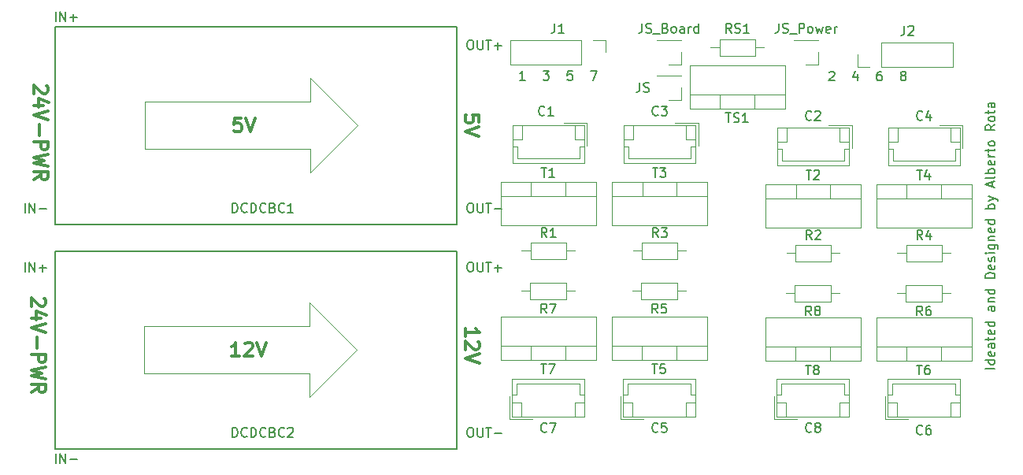
<source format=gbr>
%TF.GenerationSoftware,KiCad,Pcbnew,(5.1.10)-1*%
%TF.CreationDate,2023-03-15T18:11:03+01:00*%
%TF.ProjectId,Ender3 Upgrade,456e6465-7233-4205-9570-67726164652e,rev?*%
%TF.SameCoordinates,Original*%
%TF.FileFunction,Legend,Top*%
%TF.FilePolarity,Positive*%
%FSLAX46Y46*%
G04 Gerber Fmt 4.6, Leading zero omitted, Abs format (unit mm)*
G04 Created by KiCad (PCBNEW (5.1.10)-1) date 2023-03-15 18:11:03*
%MOMM*%
%LPD*%
G01*
G04 APERTURE LIST*
%ADD10C,0.300000*%
%ADD11C,0.150000*%
%ADD12C,0.120000*%
%ADD13C,0.200000*%
G04 APERTURE END LIST*
D10*
X76607498Y-93559758D02*
X76678927Y-93631187D01*
X76750355Y-93774044D01*
X76750355Y-94131187D01*
X76678927Y-94274044D01*
X76607498Y-94345472D01*
X76464641Y-94416901D01*
X76321784Y-94416901D01*
X76107498Y-94345472D01*
X75250355Y-93488329D01*
X75250355Y-94416901D01*
X76250355Y-95702615D02*
X75250355Y-95702615D01*
X76821784Y-95345472D02*
X75750355Y-94988329D01*
X75750355Y-95916901D01*
X76750355Y-96274044D02*
X75250355Y-96774044D01*
X76750355Y-97274044D01*
X75821784Y-97774044D02*
X75821784Y-98916901D01*
X75250355Y-99631187D02*
X76750355Y-99631187D01*
X76750355Y-100202615D01*
X76678927Y-100345472D01*
X76607498Y-100416901D01*
X76464641Y-100488329D01*
X76250355Y-100488329D01*
X76107498Y-100416901D01*
X76036069Y-100345472D01*
X75964641Y-100202615D01*
X75964641Y-99631187D01*
X76750355Y-100988329D02*
X75250355Y-101345472D01*
X76321784Y-101631187D01*
X75250355Y-101916901D01*
X76750355Y-102274044D01*
X75250355Y-103702615D02*
X75964641Y-103202615D01*
X75250355Y-102845472D02*
X76750355Y-102845472D01*
X76750355Y-103416901D01*
X76678927Y-103559758D01*
X76607498Y-103631187D01*
X76464641Y-103702615D01*
X76250355Y-103702615D01*
X76107498Y-103631187D01*
X76036069Y-103559758D01*
X75964641Y-103416901D01*
X75964641Y-102845472D01*
X76353498Y-116419758D02*
X76424927Y-116491187D01*
X76496355Y-116634044D01*
X76496355Y-116991187D01*
X76424927Y-117134044D01*
X76353498Y-117205472D01*
X76210641Y-117276901D01*
X76067784Y-117276901D01*
X75853498Y-117205472D01*
X74996355Y-116348329D01*
X74996355Y-117276901D01*
X75996355Y-118562615D02*
X74996355Y-118562615D01*
X76567784Y-118205472D02*
X75496355Y-117848329D01*
X75496355Y-118776901D01*
X76496355Y-119134044D02*
X74996355Y-119634044D01*
X76496355Y-120134044D01*
X75567784Y-120634044D02*
X75567784Y-121776901D01*
X74996355Y-122491187D02*
X76496355Y-122491187D01*
X76496355Y-123062615D01*
X76424927Y-123205472D01*
X76353498Y-123276901D01*
X76210641Y-123348329D01*
X75996355Y-123348329D01*
X75853498Y-123276901D01*
X75782069Y-123205472D01*
X75710641Y-123062615D01*
X75710641Y-122491187D01*
X76496355Y-123848329D02*
X74996355Y-124205472D01*
X76067784Y-124491187D01*
X74996355Y-124776901D01*
X76496355Y-125134044D01*
X74996355Y-126562615D02*
X75710641Y-126062615D01*
X74996355Y-125705472D02*
X76496355Y-125705472D01*
X76496355Y-126276901D01*
X76424927Y-126419758D01*
X76353498Y-126491187D01*
X76210641Y-126562615D01*
X75996355Y-126562615D01*
X75853498Y-126491187D01*
X75782069Y-126419758D01*
X75710641Y-126276901D01*
X75710641Y-125705472D01*
D11*
X178540107Y-123967491D02*
X177540107Y-123967491D01*
X178540107Y-123062729D02*
X177540107Y-123062729D01*
X178492488Y-123062729D02*
X178540107Y-123157967D01*
X178540107Y-123348444D01*
X178492488Y-123443682D01*
X178444869Y-123491301D01*
X178349631Y-123538920D01*
X178063917Y-123538920D01*
X177968679Y-123491301D01*
X177921060Y-123443682D01*
X177873441Y-123348444D01*
X177873441Y-123157967D01*
X177921060Y-123062729D01*
X178492488Y-122205587D02*
X178540107Y-122300825D01*
X178540107Y-122491301D01*
X178492488Y-122586539D01*
X178397250Y-122634158D01*
X178016298Y-122634158D01*
X177921060Y-122586539D01*
X177873441Y-122491301D01*
X177873441Y-122300825D01*
X177921060Y-122205587D01*
X178016298Y-122157967D01*
X178111536Y-122157967D01*
X178206774Y-122634158D01*
X178540107Y-121300825D02*
X178016298Y-121300825D01*
X177921060Y-121348444D01*
X177873441Y-121443682D01*
X177873441Y-121634158D01*
X177921060Y-121729396D01*
X178492488Y-121300825D02*
X178540107Y-121396063D01*
X178540107Y-121634158D01*
X178492488Y-121729396D01*
X178397250Y-121777015D01*
X178302012Y-121777015D01*
X178206774Y-121729396D01*
X178159155Y-121634158D01*
X178159155Y-121396063D01*
X178111536Y-121300825D01*
X177873441Y-120967491D02*
X177873441Y-120586539D01*
X177540107Y-120824634D02*
X178397250Y-120824634D01*
X178492488Y-120777015D01*
X178540107Y-120681777D01*
X178540107Y-120586539D01*
X178492488Y-119872253D02*
X178540107Y-119967491D01*
X178540107Y-120157967D01*
X178492488Y-120253206D01*
X178397250Y-120300825D01*
X178016298Y-120300825D01*
X177921060Y-120253206D01*
X177873441Y-120157967D01*
X177873441Y-119967491D01*
X177921060Y-119872253D01*
X178016298Y-119824634D01*
X178111536Y-119824634D01*
X178206774Y-120300825D01*
X178540107Y-118967491D02*
X177540107Y-118967491D01*
X178492488Y-118967491D02*
X178540107Y-119062729D01*
X178540107Y-119253206D01*
X178492488Y-119348444D01*
X178444869Y-119396063D01*
X178349631Y-119443682D01*
X178063917Y-119443682D01*
X177968679Y-119396063D01*
X177921060Y-119348444D01*
X177873441Y-119253206D01*
X177873441Y-119062729D01*
X177921060Y-118967491D01*
X178540107Y-117300825D02*
X178016298Y-117300825D01*
X177921060Y-117348444D01*
X177873441Y-117443682D01*
X177873441Y-117634158D01*
X177921060Y-117729396D01*
X178492488Y-117300825D02*
X178540107Y-117396063D01*
X178540107Y-117634158D01*
X178492488Y-117729396D01*
X178397250Y-117777015D01*
X178302012Y-117777015D01*
X178206774Y-117729396D01*
X178159155Y-117634158D01*
X178159155Y-117396063D01*
X178111536Y-117300825D01*
X177873441Y-116824634D02*
X178540107Y-116824634D01*
X177968679Y-116824634D02*
X177921060Y-116777015D01*
X177873441Y-116681777D01*
X177873441Y-116538920D01*
X177921060Y-116443682D01*
X178016298Y-116396063D01*
X178540107Y-116396063D01*
X178540107Y-115491301D02*
X177540107Y-115491301D01*
X178492488Y-115491301D02*
X178540107Y-115586539D01*
X178540107Y-115777015D01*
X178492488Y-115872253D01*
X178444869Y-115919872D01*
X178349631Y-115967491D01*
X178063917Y-115967491D01*
X177968679Y-115919872D01*
X177921060Y-115872253D01*
X177873441Y-115777015D01*
X177873441Y-115586539D01*
X177921060Y-115491301D01*
X178540107Y-114253206D02*
X177540107Y-114253206D01*
X177540107Y-114015110D01*
X177587727Y-113872253D01*
X177682965Y-113777015D01*
X177778203Y-113729396D01*
X177968679Y-113681777D01*
X178111536Y-113681777D01*
X178302012Y-113729396D01*
X178397250Y-113777015D01*
X178492488Y-113872253D01*
X178540107Y-114015110D01*
X178540107Y-114253206D01*
X178492488Y-112872253D02*
X178540107Y-112967491D01*
X178540107Y-113157967D01*
X178492488Y-113253206D01*
X178397250Y-113300825D01*
X178016298Y-113300825D01*
X177921060Y-113253206D01*
X177873441Y-113157967D01*
X177873441Y-112967491D01*
X177921060Y-112872253D01*
X178016298Y-112824634D01*
X178111536Y-112824634D01*
X178206774Y-113300825D01*
X178492488Y-112443682D02*
X178540107Y-112348444D01*
X178540107Y-112157967D01*
X178492488Y-112062729D01*
X178397250Y-112015110D01*
X178349631Y-112015110D01*
X178254393Y-112062729D01*
X178206774Y-112157967D01*
X178206774Y-112300825D01*
X178159155Y-112396063D01*
X178063917Y-112443682D01*
X178016298Y-112443682D01*
X177921060Y-112396063D01*
X177873441Y-112300825D01*
X177873441Y-112157967D01*
X177921060Y-112062729D01*
X178540107Y-111586539D02*
X177873441Y-111586539D01*
X177540107Y-111586539D02*
X177587727Y-111634158D01*
X177635346Y-111586539D01*
X177587727Y-111538920D01*
X177540107Y-111586539D01*
X177635346Y-111586539D01*
X177873441Y-110681777D02*
X178682965Y-110681777D01*
X178778203Y-110729396D01*
X178825822Y-110777015D01*
X178873441Y-110872253D01*
X178873441Y-111015110D01*
X178825822Y-111110348D01*
X178492488Y-110681777D02*
X178540107Y-110777015D01*
X178540107Y-110967491D01*
X178492488Y-111062729D01*
X178444869Y-111110348D01*
X178349631Y-111157967D01*
X178063917Y-111157967D01*
X177968679Y-111110348D01*
X177921060Y-111062729D01*
X177873441Y-110967491D01*
X177873441Y-110777015D01*
X177921060Y-110681777D01*
X177873441Y-110205587D02*
X178540107Y-110205587D01*
X177968679Y-110205587D02*
X177921060Y-110157967D01*
X177873441Y-110062729D01*
X177873441Y-109919872D01*
X177921060Y-109824634D01*
X178016298Y-109777015D01*
X178540107Y-109777015D01*
X178492488Y-108919872D02*
X178540107Y-109015110D01*
X178540107Y-109205587D01*
X178492488Y-109300825D01*
X178397250Y-109348444D01*
X178016298Y-109348444D01*
X177921060Y-109300825D01*
X177873441Y-109205587D01*
X177873441Y-109015110D01*
X177921060Y-108919872D01*
X178016298Y-108872253D01*
X178111536Y-108872253D01*
X178206774Y-109348444D01*
X178540107Y-108015110D02*
X177540107Y-108015110D01*
X178492488Y-108015110D02*
X178540107Y-108110348D01*
X178540107Y-108300825D01*
X178492488Y-108396063D01*
X178444869Y-108443682D01*
X178349631Y-108491301D01*
X178063917Y-108491301D01*
X177968679Y-108443682D01*
X177921060Y-108396063D01*
X177873441Y-108300825D01*
X177873441Y-108110348D01*
X177921060Y-108015110D01*
X178540107Y-106777015D02*
X177540107Y-106777015D01*
X177921060Y-106777015D02*
X177873441Y-106681777D01*
X177873441Y-106491301D01*
X177921060Y-106396063D01*
X177968679Y-106348444D01*
X178063917Y-106300825D01*
X178349631Y-106300825D01*
X178444869Y-106348444D01*
X178492488Y-106396063D01*
X178540107Y-106491301D01*
X178540107Y-106681777D01*
X178492488Y-106777015D01*
X177873441Y-105967491D02*
X178540107Y-105729396D01*
X177873441Y-105491301D02*
X178540107Y-105729396D01*
X178778203Y-105824634D01*
X178825822Y-105872253D01*
X178873441Y-105967491D01*
X178254393Y-104396063D02*
X178254393Y-103919872D01*
X178540107Y-104491301D02*
X177540107Y-104157967D01*
X178540107Y-103824634D01*
X178540107Y-103348444D02*
X178492488Y-103443682D01*
X178397250Y-103491301D01*
X177540107Y-103491301D01*
X178540107Y-102967491D02*
X177540107Y-102967491D01*
X177921060Y-102967491D02*
X177873441Y-102872253D01*
X177873441Y-102681777D01*
X177921060Y-102586539D01*
X177968679Y-102538920D01*
X178063917Y-102491301D01*
X178349631Y-102491301D01*
X178444869Y-102538920D01*
X178492488Y-102586539D01*
X178540107Y-102681777D01*
X178540107Y-102872253D01*
X178492488Y-102967491D01*
X178492488Y-101681777D02*
X178540107Y-101777015D01*
X178540107Y-101967491D01*
X178492488Y-102062729D01*
X178397250Y-102110348D01*
X178016298Y-102110348D01*
X177921060Y-102062729D01*
X177873441Y-101967491D01*
X177873441Y-101777015D01*
X177921060Y-101681777D01*
X178016298Y-101634158D01*
X178111536Y-101634158D01*
X178206774Y-102110348D01*
X178540107Y-101205587D02*
X177873441Y-101205587D01*
X178063917Y-101205587D02*
X177968679Y-101157967D01*
X177921060Y-101110348D01*
X177873441Y-101015110D01*
X177873441Y-100919872D01*
X177873441Y-100729396D02*
X177873441Y-100348444D01*
X177540107Y-100586539D02*
X178397250Y-100586539D01*
X178492488Y-100538920D01*
X178540107Y-100443682D01*
X178540107Y-100348444D01*
X178540107Y-99872253D02*
X178492488Y-99967491D01*
X178444869Y-100015110D01*
X178349631Y-100062729D01*
X178063917Y-100062729D01*
X177968679Y-100015110D01*
X177921060Y-99967491D01*
X177873441Y-99872253D01*
X177873441Y-99729396D01*
X177921060Y-99634158D01*
X177968679Y-99586539D01*
X178063917Y-99538920D01*
X178349631Y-99538920D01*
X178444869Y-99586539D01*
X178492488Y-99634158D01*
X178540107Y-99729396D01*
X178540107Y-99872253D01*
X178540107Y-97777015D02*
X178063917Y-98110348D01*
X178540107Y-98348444D02*
X177540107Y-98348444D01*
X177540107Y-97967491D01*
X177587727Y-97872253D01*
X177635346Y-97824634D01*
X177730584Y-97777015D01*
X177873441Y-97777015D01*
X177968679Y-97824634D01*
X178016298Y-97872253D01*
X178063917Y-97967491D01*
X178063917Y-98348444D01*
X178540107Y-97205587D02*
X178492488Y-97300825D01*
X178444869Y-97348444D01*
X178349631Y-97396063D01*
X178063917Y-97396063D01*
X177968679Y-97348444D01*
X177921060Y-97300825D01*
X177873441Y-97205587D01*
X177873441Y-97062729D01*
X177921060Y-96967491D01*
X177968679Y-96919872D01*
X178063917Y-96872253D01*
X178349631Y-96872253D01*
X178444869Y-96919872D01*
X178492488Y-96967491D01*
X178540107Y-97062729D01*
X178540107Y-97205587D01*
X177873441Y-96586539D02*
X177873441Y-96205587D01*
X177540107Y-96443682D02*
X178397250Y-96443682D01*
X178492488Y-96396063D01*
X178540107Y-96300825D01*
X178540107Y-96205587D01*
X178540107Y-95443682D02*
X178016298Y-95443682D01*
X177921060Y-95491301D01*
X177873441Y-95586539D01*
X177873441Y-95777015D01*
X177921060Y-95872253D01*
X178492488Y-95443682D02*
X178540107Y-95538920D01*
X178540107Y-95777015D01*
X178492488Y-95872253D01*
X178397250Y-95919872D01*
X178302012Y-95919872D01*
X178206774Y-95872253D01*
X178159155Y-95777015D01*
X178159155Y-95538920D01*
X178111536Y-95443682D01*
D10*
X121630755Y-120511815D02*
X121630755Y-119654672D01*
X121630755Y-120083244D02*
X123130755Y-120083244D01*
X122916469Y-119940387D01*
X122773612Y-119797529D01*
X122702184Y-119654672D01*
X122987898Y-121083244D02*
X123059327Y-121154672D01*
X123130755Y-121297529D01*
X123130755Y-121654672D01*
X123059327Y-121797529D01*
X122987898Y-121868958D01*
X122845041Y-121940387D01*
X122702184Y-121940387D01*
X122487898Y-121868958D01*
X121630755Y-121011815D01*
X121630755Y-121940387D01*
X123130755Y-122368958D02*
X121630755Y-122868958D01*
X123130755Y-123368958D01*
X123079955Y-97481872D02*
X123079955Y-96767587D01*
X122365669Y-96696158D01*
X122437098Y-96767587D01*
X122508527Y-96910444D01*
X122508527Y-97267587D01*
X122437098Y-97410444D01*
X122365669Y-97481872D01*
X122222812Y-97553301D01*
X121865669Y-97553301D01*
X121722812Y-97481872D01*
X121651384Y-97410444D01*
X121579955Y-97267587D01*
X121579955Y-96910444D01*
X121651384Y-96767587D01*
X121722812Y-96696158D01*
X123079955Y-97981872D02*
X121579955Y-98481872D01*
X123079955Y-98981872D01*
D11*
X163766336Y-92371701D02*
X163766336Y-93038367D01*
X163528240Y-91990748D02*
X163290145Y-92705034D01*
X163909193Y-92705034D01*
X160733212Y-92133606D02*
X160780831Y-92085987D01*
X160876069Y-92038367D01*
X161114165Y-92038367D01*
X161209403Y-92085987D01*
X161257022Y-92133606D01*
X161304641Y-92228844D01*
X161304641Y-92324082D01*
X161257022Y-92466939D01*
X160685593Y-93038367D01*
X161304641Y-93038367D01*
X166323269Y-92038367D02*
X166132793Y-92038367D01*
X166037554Y-92085987D01*
X165989935Y-92133606D01*
X165894697Y-92276463D01*
X165847078Y-92466939D01*
X165847078Y-92847891D01*
X165894697Y-92943129D01*
X165942316Y-92990748D01*
X166037554Y-93038367D01*
X166228031Y-93038367D01*
X166323269Y-92990748D01*
X166370888Y-92943129D01*
X166418507Y-92847891D01*
X166418507Y-92609796D01*
X166370888Y-92514558D01*
X166323269Y-92466939D01*
X166228031Y-92419320D01*
X166037554Y-92419320D01*
X165942316Y-92466939D01*
X165894697Y-92514558D01*
X165847078Y-92609796D01*
X168594488Y-92466939D02*
X168499250Y-92419320D01*
X168451631Y-92371701D01*
X168404012Y-92276463D01*
X168404012Y-92228844D01*
X168451631Y-92133606D01*
X168499250Y-92085987D01*
X168594488Y-92038367D01*
X168784965Y-92038367D01*
X168880203Y-92085987D01*
X168927822Y-92133606D01*
X168975441Y-92228844D01*
X168975441Y-92276463D01*
X168927822Y-92371701D01*
X168880203Y-92419320D01*
X168784965Y-92466939D01*
X168594488Y-92466939D01*
X168499250Y-92514558D01*
X168451631Y-92562177D01*
X168404012Y-92657415D01*
X168404012Y-92847891D01*
X168451631Y-92943129D01*
X168499250Y-92990748D01*
X168594488Y-93038367D01*
X168784965Y-93038367D01*
X168880203Y-92990748D01*
X168927822Y-92943129D01*
X168975441Y-92847891D01*
X168975441Y-92657415D01*
X168927822Y-92562177D01*
X168880203Y-92514558D01*
X168784965Y-92466939D01*
X135082393Y-91987567D02*
X135749060Y-91987567D01*
X135320488Y-92987567D01*
X133096888Y-91987567D02*
X132620697Y-91987567D01*
X132573078Y-92463758D01*
X132620697Y-92416139D01*
X132715935Y-92368520D01*
X132954031Y-92368520D01*
X133049269Y-92416139D01*
X133096888Y-92463758D01*
X133144507Y-92558996D01*
X133144507Y-92797091D01*
X133096888Y-92892329D01*
X133049269Y-92939948D01*
X132954031Y-92987567D01*
X132715935Y-92987567D01*
X132620697Y-92939948D01*
X132573078Y-92892329D01*
X129968526Y-91987567D02*
X130587574Y-91987567D01*
X130254240Y-92368520D01*
X130397098Y-92368520D01*
X130492336Y-92416139D01*
X130539955Y-92463758D01*
X130587574Y-92558996D01*
X130587574Y-92797091D01*
X130539955Y-92892329D01*
X130492336Y-92939948D01*
X130397098Y-92987567D01*
X130111383Y-92987567D01*
X130016145Y-92939948D01*
X129968526Y-92892329D01*
X128030641Y-92987567D02*
X127459212Y-92987567D01*
X127744927Y-92987567D02*
X127744927Y-91987567D01*
X127649688Y-92130425D01*
X127554450Y-92225663D01*
X127459212Y-92273282D01*
D10*
X97352355Y-122677758D02*
X96495212Y-122677758D01*
X96923784Y-122677758D02*
X96923784Y-121177758D01*
X96780927Y-121392044D01*
X96638069Y-121534901D01*
X96495212Y-121606329D01*
X97923784Y-121320615D02*
X97995212Y-121249187D01*
X98138069Y-121177758D01*
X98495212Y-121177758D01*
X98638069Y-121249187D01*
X98709498Y-121320615D01*
X98780927Y-121463472D01*
X98780927Y-121606329D01*
X98709498Y-121820615D01*
X97852355Y-122677758D01*
X98780927Y-122677758D01*
X99209498Y-121177758D02*
X99709498Y-122677758D01*
X100209498Y-121177758D01*
X97487212Y-97047758D02*
X96772927Y-97047758D01*
X96701498Y-97762044D01*
X96772927Y-97690615D01*
X96915784Y-97619187D01*
X97272927Y-97619187D01*
X97415784Y-97690615D01*
X97487212Y-97762044D01*
X97558641Y-97904901D01*
X97558641Y-98262044D01*
X97487212Y-98404901D01*
X97415784Y-98476329D01*
X97272927Y-98547758D01*
X96915784Y-98547758D01*
X96772927Y-98476329D01*
X96701498Y-98404901D01*
X97987212Y-97047758D02*
X98487212Y-98547758D01*
X98987212Y-97047758D01*
D12*
%TO.C,TS1*%
X148987927Y-96059187D02*
X148987927Y-94549187D01*
X152688927Y-96059187D02*
X152688927Y-94549187D01*
X155958927Y-94549187D02*
X145718927Y-94549187D01*
X145718927Y-96059187D02*
X145718927Y-91418187D01*
X155958927Y-96059187D02*
X155958927Y-91418187D01*
X155958927Y-91418187D02*
X145718927Y-91418187D01*
X155958927Y-96059187D02*
X145718927Y-96059187D01*
%TO.C,RS1*%
X147988927Y-89487187D02*
X148938927Y-89487187D01*
X153728927Y-89487187D02*
X152778927Y-89487187D01*
X148938927Y-90407187D02*
X152778927Y-90407187D01*
X148938927Y-88567187D02*
X148938927Y-90407187D01*
X152778927Y-88567187D02*
X148938927Y-88567187D01*
X152778927Y-90407187D02*
X152778927Y-88567187D01*
%TO.C,JS_Power*%
X159554927Y-91325187D02*
X158224927Y-91325187D01*
X159554927Y-89995187D02*
X159554927Y-91325187D01*
X159554927Y-88725187D02*
X156894927Y-88725187D01*
X156894927Y-88725187D02*
X156894927Y-88665187D01*
X159554927Y-88725187D02*
X159554927Y-88665187D01*
X159554927Y-88665187D02*
X156894927Y-88665187D01*
%TO.C,JS*%
X144822927Y-95135187D02*
X143492927Y-95135187D01*
X144822927Y-93805187D02*
X144822927Y-95135187D01*
X144822927Y-92535187D02*
X142162927Y-92535187D01*
X142162927Y-92535187D02*
X142162927Y-92475187D01*
X144822927Y-92535187D02*
X144822927Y-92475187D01*
X144822927Y-92475187D02*
X142162927Y-92475187D01*
%TO.C,JS_Board*%
X144822927Y-91325187D02*
X143492927Y-91325187D01*
X144822927Y-89995187D02*
X144822927Y-91325187D01*
X144822927Y-88725187D02*
X142162927Y-88725187D01*
X142162927Y-88725187D02*
X142162927Y-88665187D01*
X144822927Y-88725187D02*
X144822927Y-88665187D01*
X144822927Y-88665187D02*
X142162927Y-88665187D01*
%TO.C,J2*%
X163752927Y-91579187D02*
X163752927Y-90249187D01*
X165082927Y-91579187D02*
X163752927Y-91579187D01*
X166352927Y-91579187D02*
X166352927Y-88919187D01*
X166352927Y-88919187D02*
X174032927Y-88919187D01*
X166352927Y-91579187D02*
X174032927Y-91579187D01*
X174032927Y-91579187D02*
X174032927Y-88919187D01*
%TO.C,J1*%
X136694927Y-88665187D02*
X136694927Y-89995187D01*
X135364927Y-88665187D02*
X136694927Y-88665187D01*
X134094927Y-88665187D02*
X134094927Y-91325187D01*
X134094927Y-91325187D02*
X126414927Y-91325187D01*
X134094927Y-88665187D02*
X126414927Y-88665187D01*
X126414927Y-88665187D02*
X126414927Y-91325187D01*
D13*
%TO.C,DCDCBC1*%
X120723927Y-108480187D02*
X77523927Y-108480187D01*
X120723927Y-87230187D02*
X120723927Y-108480187D01*
X77523927Y-108480187D02*
X77523927Y-87230187D01*
X77523927Y-87230187D02*
X120723927Y-87230187D01*
D12*
X87125114Y-100409260D02*
X87125114Y-95329260D01*
X87125114Y-95329260D02*
X104905114Y-95329260D01*
X104905114Y-95329260D02*
X104905114Y-92789260D01*
X104905114Y-92789260D02*
X109985114Y-97869260D01*
X104905114Y-101679260D02*
X104905114Y-100409260D01*
X104905114Y-100409260D02*
X87125114Y-100409260D01*
X109985114Y-97869260D02*
X104905114Y-102949260D01*
X104905114Y-102949260D02*
X104905114Y-101679260D01*
D13*
%TO.C,DCDCBC2*%
X120703740Y-132610114D02*
X77503740Y-132610114D01*
X120703740Y-111360114D02*
X120703740Y-132610114D01*
X77503740Y-132610114D02*
X77503740Y-111360114D01*
X77503740Y-111360114D02*
X120703740Y-111360114D01*
D12*
X87104927Y-124539187D02*
X87104927Y-119459187D01*
X87104927Y-119459187D02*
X104884927Y-119459187D01*
X104884927Y-119459187D02*
X104884927Y-116919187D01*
X104884927Y-116919187D02*
X109964927Y-121999187D01*
X104884927Y-125809187D02*
X104884927Y-124539187D01*
X104884927Y-124539187D02*
X87104927Y-124539187D01*
X109964927Y-121999187D02*
X104884927Y-127079187D01*
X104884927Y-127079187D02*
X104884927Y-125809187D01*
%TO.C,T8*%
X164086927Y-123164187D02*
X153846927Y-123164187D01*
X164086927Y-118523187D02*
X153846927Y-118523187D01*
X164086927Y-123164187D02*
X164086927Y-118523187D01*
X153846927Y-123164187D02*
X153846927Y-118523187D01*
X164086927Y-121654187D02*
X153846927Y-121654187D01*
X160816927Y-123164187D02*
X160816927Y-121654187D01*
X157115927Y-123164187D02*
X157115927Y-121654187D01*
%TO.C,T7*%
X135638927Y-123037187D02*
X125398927Y-123037187D01*
X135638927Y-118396187D02*
X125398927Y-118396187D01*
X135638927Y-123037187D02*
X135638927Y-118396187D01*
X125398927Y-123037187D02*
X125398927Y-118396187D01*
X135638927Y-121527187D02*
X125398927Y-121527187D01*
X132368927Y-123037187D02*
X132368927Y-121527187D01*
X128667927Y-123037187D02*
X128667927Y-121527187D01*
%TO.C,T6*%
X176024927Y-123164187D02*
X165784927Y-123164187D01*
X176024927Y-118523187D02*
X165784927Y-118523187D01*
X176024927Y-123164187D02*
X176024927Y-118523187D01*
X165784927Y-123164187D02*
X165784927Y-118523187D01*
X176024927Y-121654187D02*
X165784927Y-121654187D01*
X172754927Y-123164187D02*
X172754927Y-121654187D01*
X169053927Y-123164187D02*
X169053927Y-121654187D01*
%TO.C,T5*%
X147576927Y-123037187D02*
X137336927Y-123037187D01*
X147576927Y-118396187D02*
X137336927Y-118396187D01*
X147576927Y-123037187D02*
X147576927Y-118396187D01*
X137336927Y-123037187D02*
X137336927Y-118396187D01*
X147576927Y-121527187D02*
X137336927Y-121527187D01*
X144306927Y-123037187D02*
X144306927Y-121527187D01*
X140605927Y-123037187D02*
X140605927Y-121527187D01*
%TO.C,T4*%
X165804927Y-104197187D02*
X176044927Y-104197187D01*
X165804927Y-108838187D02*
X176044927Y-108838187D01*
X165804927Y-104197187D02*
X165804927Y-108838187D01*
X176044927Y-104197187D02*
X176044927Y-108838187D01*
X165804927Y-105707187D02*
X176044927Y-105707187D01*
X169074927Y-104197187D02*
X169074927Y-105707187D01*
X172775927Y-104197187D02*
X172775927Y-105707187D01*
%TO.C,T3*%
X137376927Y-103943187D02*
X147616927Y-103943187D01*
X137376927Y-108584187D02*
X147616927Y-108584187D01*
X137376927Y-103943187D02*
X137376927Y-108584187D01*
X147616927Y-103943187D02*
X147616927Y-108584187D01*
X137376927Y-105453187D02*
X147616927Y-105453187D01*
X140646927Y-103943187D02*
X140646927Y-105453187D01*
X144347927Y-103943187D02*
X144347927Y-105453187D01*
%TO.C,T2*%
X153886927Y-104197187D02*
X164126927Y-104197187D01*
X153886927Y-108838187D02*
X164126927Y-108838187D01*
X153886927Y-104197187D02*
X153886927Y-108838187D01*
X164126927Y-104197187D02*
X164126927Y-108838187D01*
X153886927Y-105707187D02*
X164126927Y-105707187D01*
X157156927Y-104197187D02*
X157156927Y-105707187D01*
X160857927Y-104197187D02*
X160857927Y-105707187D01*
%TO.C,T1*%
X125418927Y-103943187D02*
X135658927Y-103943187D01*
X125418927Y-108584187D02*
X135658927Y-108584187D01*
X125418927Y-103943187D02*
X125418927Y-108584187D01*
X135658927Y-103943187D02*
X135658927Y-108584187D01*
X125418927Y-105453187D02*
X135658927Y-105453187D01*
X128688927Y-103943187D02*
X128688927Y-105453187D01*
X132389927Y-103943187D02*
X132389927Y-105453187D01*
%TO.C,R8*%
X160886927Y-116823187D02*
X160886927Y-114983187D01*
X160886927Y-114983187D02*
X157046927Y-114983187D01*
X157046927Y-114983187D02*
X157046927Y-116823187D01*
X157046927Y-116823187D02*
X160886927Y-116823187D01*
X161836927Y-115903187D02*
X160886927Y-115903187D01*
X156096927Y-115903187D02*
X157046927Y-115903187D01*
%TO.C,R7*%
X132438927Y-116569187D02*
X132438927Y-114729187D01*
X132438927Y-114729187D02*
X128598927Y-114729187D01*
X128598927Y-114729187D02*
X128598927Y-116569187D01*
X128598927Y-116569187D02*
X132438927Y-116569187D01*
X133388927Y-115649187D02*
X132438927Y-115649187D01*
X127648927Y-115649187D02*
X128598927Y-115649187D01*
%TO.C,R6*%
X172824927Y-116823187D02*
X172824927Y-114983187D01*
X172824927Y-114983187D02*
X168984927Y-114983187D01*
X168984927Y-114983187D02*
X168984927Y-116823187D01*
X168984927Y-116823187D02*
X172824927Y-116823187D01*
X173774927Y-115903187D02*
X172824927Y-115903187D01*
X168034927Y-115903187D02*
X168984927Y-115903187D01*
%TO.C,R5*%
X144376927Y-116569187D02*
X144376927Y-114729187D01*
X144376927Y-114729187D02*
X140536927Y-114729187D01*
X140536927Y-114729187D02*
X140536927Y-116569187D01*
X140536927Y-116569187D02*
X144376927Y-116569187D01*
X145326927Y-115649187D02*
X144376927Y-115649187D01*
X139586927Y-115649187D02*
X140536927Y-115649187D01*
%TO.C,R4*%
X169004927Y-110665187D02*
X169004927Y-112505187D01*
X169004927Y-112505187D02*
X172844927Y-112505187D01*
X172844927Y-112505187D02*
X172844927Y-110665187D01*
X172844927Y-110665187D02*
X169004927Y-110665187D01*
X168054927Y-111585187D02*
X169004927Y-111585187D01*
X173794927Y-111585187D02*
X172844927Y-111585187D01*
%TO.C,R3*%
X140576927Y-110411187D02*
X140576927Y-112251187D01*
X140576927Y-112251187D02*
X144416927Y-112251187D01*
X144416927Y-112251187D02*
X144416927Y-110411187D01*
X144416927Y-110411187D02*
X140576927Y-110411187D01*
X139626927Y-111331187D02*
X140576927Y-111331187D01*
X145366927Y-111331187D02*
X144416927Y-111331187D01*
%TO.C,R2*%
X157086927Y-110665187D02*
X157086927Y-112505187D01*
X157086927Y-112505187D02*
X160926927Y-112505187D01*
X160926927Y-112505187D02*
X160926927Y-110665187D01*
X160926927Y-110665187D02*
X157086927Y-110665187D01*
X156136927Y-111585187D02*
X157086927Y-111585187D01*
X161876927Y-111585187D02*
X160926927Y-111585187D01*
%TO.C,R1*%
X128618927Y-110411187D02*
X128618927Y-112251187D01*
X128618927Y-112251187D02*
X132458927Y-112251187D01*
X132458927Y-112251187D02*
X132458927Y-110411187D01*
X132458927Y-110411187D02*
X128618927Y-110411187D01*
X127668927Y-111331187D02*
X128618927Y-111331187D01*
X133408927Y-111331187D02*
X132458927Y-111331187D01*
%TO.C,C8*%
X155106927Y-125115187D02*
X155106927Y-129135187D01*
X155106927Y-129135187D02*
X162826927Y-129135187D01*
X162826927Y-129135187D02*
X162826927Y-125115187D01*
X162826927Y-125115187D02*
X155106927Y-125115187D01*
X155106927Y-126825187D02*
X155606927Y-126825187D01*
X155606927Y-126825187D02*
X155606927Y-125615187D01*
X155606927Y-125615187D02*
X162326927Y-125615187D01*
X162326927Y-125615187D02*
X162326927Y-126825187D01*
X162326927Y-126825187D02*
X162826927Y-126825187D01*
X155106927Y-127635187D02*
X156106927Y-127635187D01*
X156106927Y-127635187D02*
X156106927Y-129135187D01*
X162826927Y-127635187D02*
X161826927Y-127635187D01*
X161826927Y-127635187D02*
X161826927Y-129135187D01*
X154806927Y-126935187D02*
X154806927Y-129435187D01*
X154806927Y-129435187D02*
X157306927Y-129435187D01*
%TO.C,C7*%
X126658927Y-125115187D02*
X126658927Y-129135187D01*
X126658927Y-129135187D02*
X134378927Y-129135187D01*
X134378927Y-129135187D02*
X134378927Y-125115187D01*
X134378927Y-125115187D02*
X126658927Y-125115187D01*
X126658927Y-126825187D02*
X127158927Y-126825187D01*
X127158927Y-126825187D02*
X127158927Y-125615187D01*
X127158927Y-125615187D02*
X133878927Y-125615187D01*
X133878927Y-125615187D02*
X133878927Y-126825187D01*
X133878927Y-126825187D02*
X134378927Y-126825187D01*
X126658927Y-127635187D02*
X127658927Y-127635187D01*
X127658927Y-127635187D02*
X127658927Y-129135187D01*
X134378927Y-127635187D02*
X133378927Y-127635187D01*
X133378927Y-127635187D02*
X133378927Y-129135187D01*
X126358927Y-126935187D02*
X126358927Y-129435187D01*
X126358927Y-129435187D02*
X128858927Y-129435187D01*
%TO.C,C6*%
X167044927Y-125115187D02*
X167044927Y-129135187D01*
X167044927Y-129135187D02*
X174764927Y-129135187D01*
X174764927Y-129135187D02*
X174764927Y-125115187D01*
X174764927Y-125115187D02*
X167044927Y-125115187D01*
X167044927Y-126825187D02*
X167544927Y-126825187D01*
X167544927Y-126825187D02*
X167544927Y-125615187D01*
X167544927Y-125615187D02*
X174264927Y-125615187D01*
X174264927Y-125615187D02*
X174264927Y-126825187D01*
X174264927Y-126825187D02*
X174764927Y-126825187D01*
X167044927Y-127635187D02*
X168044927Y-127635187D01*
X168044927Y-127635187D02*
X168044927Y-129135187D01*
X174764927Y-127635187D02*
X173764927Y-127635187D01*
X173764927Y-127635187D02*
X173764927Y-129135187D01*
X166744927Y-126935187D02*
X166744927Y-129435187D01*
X166744927Y-129435187D02*
X169244927Y-129435187D01*
%TO.C,C5*%
X138596927Y-125115187D02*
X138596927Y-129135187D01*
X138596927Y-129135187D02*
X146316927Y-129135187D01*
X146316927Y-129135187D02*
X146316927Y-125115187D01*
X146316927Y-125115187D02*
X138596927Y-125115187D01*
X138596927Y-126825187D02*
X139096927Y-126825187D01*
X139096927Y-126825187D02*
X139096927Y-125615187D01*
X139096927Y-125615187D02*
X145816927Y-125615187D01*
X145816927Y-125615187D02*
X145816927Y-126825187D01*
X145816927Y-126825187D02*
X146316927Y-126825187D01*
X138596927Y-127635187D02*
X139596927Y-127635187D01*
X139596927Y-127635187D02*
X139596927Y-129135187D01*
X146316927Y-127635187D02*
X145316927Y-127635187D01*
X145316927Y-127635187D02*
X145316927Y-129135187D01*
X138296927Y-126935187D02*
X138296927Y-129435187D01*
X138296927Y-129435187D02*
X140796927Y-129435187D01*
%TO.C,C4*%
X174784927Y-102119187D02*
X174784927Y-98099187D01*
X174784927Y-98099187D02*
X167064927Y-98099187D01*
X167064927Y-98099187D02*
X167064927Y-102119187D01*
X167064927Y-102119187D02*
X174784927Y-102119187D01*
X174784927Y-100409187D02*
X174284927Y-100409187D01*
X174284927Y-100409187D02*
X174284927Y-101619187D01*
X174284927Y-101619187D02*
X167564927Y-101619187D01*
X167564927Y-101619187D02*
X167564927Y-100409187D01*
X167564927Y-100409187D02*
X167064927Y-100409187D01*
X174784927Y-99599187D02*
X173784927Y-99599187D01*
X173784927Y-99599187D02*
X173784927Y-98099187D01*
X167064927Y-99599187D02*
X168064927Y-99599187D01*
X168064927Y-99599187D02*
X168064927Y-98099187D01*
X175084927Y-100299187D02*
X175084927Y-97799187D01*
X175084927Y-97799187D02*
X172584927Y-97799187D01*
%TO.C,C3*%
X146356927Y-101865187D02*
X146356927Y-97845187D01*
X146356927Y-97845187D02*
X138636927Y-97845187D01*
X138636927Y-97845187D02*
X138636927Y-101865187D01*
X138636927Y-101865187D02*
X146356927Y-101865187D01*
X146356927Y-100155187D02*
X145856927Y-100155187D01*
X145856927Y-100155187D02*
X145856927Y-101365187D01*
X145856927Y-101365187D02*
X139136927Y-101365187D01*
X139136927Y-101365187D02*
X139136927Y-100155187D01*
X139136927Y-100155187D02*
X138636927Y-100155187D01*
X146356927Y-99345187D02*
X145356927Y-99345187D01*
X145356927Y-99345187D02*
X145356927Y-97845187D01*
X138636927Y-99345187D02*
X139636927Y-99345187D01*
X139636927Y-99345187D02*
X139636927Y-97845187D01*
X146656927Y-100045187D02*
X146656927Y-97545187D01*
X146656927Y-97545187D02*
X144156927Y-97545187D01*
%TO.C,C2*%
X162866927Y-102119187D02*
X162866927Y-98099187D01*
X162866927Y-98099187D02*
X155146927Y-98099187D01*
X155146927Y-98099187D02*
X155146927Y-102119187D01*
X155146927Y-102119187D02*
X162866927Y-102119187D01*
X162866927Y-100409187D02*
X162366927Y-100409187D01*
X162366927Y-100409187D02*
X162366927Y-101619187D01*
X162366927Y-101619187D02*
X155646927Y-101619187D01*
X155646927Y-101619187D02*
X155646927Y-100409187D01*
X155646927Y-100409187D02*
X155146927Y-100409187D01*
X162866927Y-99599187D02*
X161866927Y-99599187D01*
X161866927Y-99599187D02*
X161866927Y-98099187D01*
X155146927Y-99599187D02*
X156146927Y-99599187D01*
X156146927Y-99599187D02*
X156146927Y-98099187D01*
X163166927Y-100299187D02*
X163166927Y-97799187D01*
X163166927Y-97799187D02*
X160666927Y-97799187D01*
%TO.C,C1*%
X134398927Y-101865187D02*
X134398927Y-97845187D01*
X134398927Y-97845187D02*
X126678927Y-97845187D01*
X126678927Y-97845187D02*
X126678927Y-101865187D01*
X126678927Y-101865187D02*
X134398927Y-101865187D01*
X134398927Y-100155187D02*
X133898927Y-100155187D01*
X133898927Y-100155187D02*
X133898927Y-101365187D01*
X133898927Y-101365187D02*
X127178927Y-101365187D01*
X127178927Y-101365187D02*
X127178927Y-100155187D01*
X127178927Y-100155187D02*
X126678927Y-100155187D01*
X134398927Y-99345187D02*
X133398927Y-99345187D01*
X133398927Y-99345187D02*
X133398927Y-97845187D01*
X126678927Y-99345187D02*
X127678927Y-99345187D01*
X127678927Y-99345187D02*
X127678927Y-97845187D01*
X134698927Y-100045187D02*
X134698927Y-97545187D01*
X134698927Y-97545187D02*
X132198927Y-97545187D01*
%TO.C,TS1*%
D11*
X149600831Y-96511567D02*
X150172260Y-96511567D01*
X149886546Y-97511567D02*
X149886546Y-96511567D01*
X150457974Y-97463948D02*
X150600831Y-97511567D01*
X150838927Y-97511567D01*
X150934165Y-97463948D01*
X150981784Y-97416329D01*
X151029403Y-97321091D01*
X151029403Y-97225853D01*
X150981784Y-97130615D01*
X150934165Y-97082996D01*
X150838927Y-97035377D01*
X150648450Y-96987758D01*
X150553212Y-96940139D01*
X150505593Y-96892520D01*
X150457974Y-96797282D01*
X150457974Y-96702044D01*
X150505593Y-96606806D01*
X150553212Y-96559187D01*
X150648450Y-96511567D01*
X150886546Y-96511567D01*
X151029403Y-96559187D01*
X151981784Y-97511567D02*
X151410355Y-97511567D01*
X151696069Y-97511567D02*
X151696069Y-96511567D01*
X151600831Y-96654425D01*
X151505593Y-96749663D01*
X151410355Y-96797282D01*
%TO.C,RS1*%
X150216069Y-87907567D02*
X149882736Y-87431377D01*
X149644641Y-87907567D02*
X149644641Y-86907567D01*
X150025593Y-86907567D01*
X150120831Y-86955187D01*
X150168450Y-87002806D01*
X150216069Y-87098044D01*
X150216069Y-87240901D01*
X150168450Y-87336139D01*
X150120831Y-87383758D01*
X150025593Y-87431377D01*
X149644641Y-87431377D01*
X150597022Y-87859948D02*
X150739879Y-87907567D01*
X150977974Y-87907567D01*
X151073212Y-87859948D01*
X151120831Y-87812329D01*
X151168450Y-87717091D01*
X151168450Y-87621853D01*
X151120831Y-87526615D01*
X151073212Y-87478996D01*
X150977974Y-87431377D01*
X150787498Y-87383758D01*
X150692260Y-87336139D01*
X150644641Y-87288520D01*
X150597022Y-87193282D01*
X150597022Y-87098044D01*
X150644641Y-87002806D01*
X150692260Y-86955187D01*
X150787498Y-86907567D01*
X151025593Y-86907567D01*
X151168450Y-86955187D01*
X152120831Y-87907567D02*
X151549403Y-87907567D01*
X151835117Y-87907567D02*
X151835117Y-86907567D01*
X151739879Y-87050425D01*
X151644641Y-87145663D01*
X151549403Y-87193282D01*
%TO.C,JS_Power*%
X155296355Y-86907567D02*
X155296355Y-87621853D01*
X155248736Y-87764710D01*
X155153498Y-87859948D01*
X155010641Y-87907567D01*
X154915403Y-87907567D01*
X155724927Y-87859948D02*
X155867784Y-87907567D01*
X156105879Y-87907567D01*
X156201117Y-87859948D01*
X156248736Y-87812329D01*
X156296355Y-87717091D01*
X156296355Y-87621853D01*
X156248736Y-87526615D01*
X156201117Y-87478996D01*
X156105879Y-87431377D01*
X155915403Y-87383758D01*
X155820165Y-87336139D01*
X155772546Y-87288520D01*
X155724927Y-87193282D01*
X155724927Y-87098044D01*
X155772546Y-87002806D01*
X155820165Y-86955187D01*
X155915403Y-86907567D01*
X156153498Y-86907567D01*
X156296355Y-86955187D01*
X156486831Y-88002806D02*
X157248736Y-88002806D01*
X157486831Y-87907567D02*
X157486831Y-86907567D01*
X157867784Y-86907567D01*
X157963022Y-86955187D01*
X158010641Y-87002806D01*
X158058260Y-87098044D01*
X158058260Y-87240901D01*
X158010641Y-87336139D01*
X157963022Y-87383758D01*
X157867784Y-87431377D01*
X157486831Y-87431377D01*
X158629688Y-87907567D02*
X158534450Y-87859948D01*
X158486831Y-87812329D01*
X158439212Y-87717091D01*
X158439212Y-87431377D01*
X158486831Y-87336139D01*
X158534450Y-87288520D01*
X158629688Y-87240901D01*
X158772546Y-87240901D01*
X158867784Y-87288520D01*
X158915403Y-87336139D01*
X158963022Y-87431377D01*
X158963022Y-87717091D01*
X158915403Y-87812329D01*
X158867784Y-87859948D01*
X158772546Y-87907567D01*
X158629688Y-87907567D01*
X159296355Y-87240901D02*
X159486831Y-87907567D01*
X159677307Y-87431377D01*
X159867784Y-87907567D01*
X160058260Y-87240901D01*
X160820165Y-87859948D02*
X160724927Y-87907567D01*
X160534450Y-87907567D01*
X160439212Y-87859948D01*
X160391593Y-87764710D01*
X160391593Y-87383758D01*
X160439212Y-87288520D01*
X160534450Y-87240901D01*
X160724927Y-87240901D01*
X160820165Y-87288520D01*
X160867784Y-87383758D01*
X160867784Y-87478996D01*
X160391593Y-87574234D01*
X161296355Y-87907567D02*
X161296355Y-87240901D01*
X161296355Y-87431377D02*
X161343974Y-87336139D01*
X161391593Y-87288520D01*
X161486831Y-87240901D01*
X161582069Y-87240901D01*
%TO.C,JS*%
X140365593Y-93257567D02*
X140365593Y-93971853D01*
X140317974Y-94114710D01*
X140222736Y-94209948D01*
X140079879Y-94257567D01*
X139984641Y-94257567D01*
X140794165Y-94209948D02*
X140937022Y-94257567D01*
X141175117Y-94257567D01*
X141270355Y-94209948D01*
X141317974Y-94162329D01*
X141365593Y-94067091D01*
X141365593Y-93971853D01*
X141317974Y-93876615D01*
X141270355Y-93828996D01*
X141175117Y-93781377D01*
X140984641Y-93733758D01*
X140889403Y-93686139D01*
X140841784Y-93638520D01*
X140794165Y-93543282D01*
X140794165Y-93448044D01*
X140841784Y-93352806D01*
X140889403Y-93305187D01*
X140984641Y-93257567D01*
X141222736Y-93257567D01*
X141365593Y-93305187D01*
%TO.C,JS_Board*%
X140611974Y-86907567D02*
X140611974Y-87621853D01*
X140564355Y-87764710D01*
X140469117Y-87859948D01*
X140326260Y-87907567D01*
X140231022Y-87907567D01*
X141040546Y-87859948D02*
X141183403Y-87907567D01*
X141421498Y-87907567D01*
X141516736Y-87859948D01*
X141564355Y-87812329D01*
X141611974Y-87717091D01*
X141611974Y-87621853D01*
X141564355Y-87526615D01*
X141516736Y-87478996D01*
X141421498Y-87431377D01*
X141231022Y-87383758D01*
X141135784Y-87336139D01*
X141088165Y-87288520D01*
X141040546Y-87193282D01*
X141040546Y-87098044D01*
X141088165Y-87002806D01*
X141135784Y-86955187D01*
X141231022Y-86907567D01*
X141469117Y-86907567D01*
X141611974Y-86955187D01*
X141802450Y-88002806D02*
X142564355Y-88002806D01*
X143135784Y-87383758D02*
X143278641Y-87431377D01*
X143326260Y-87478996D01*
X143373879Y-87574234D01*
X143373879Y-87717091D01*
X143326260Y-87812329D01*
X143278641Y-87859948D01*
X143183403Y-87907567D01*
X142802450Y-87907567D01*
X142802450Y-86907567D01*
X143135784Y-86907567D01*
X143231022Y-86955187D01*
X143278641Y-87002806D01*
X143326260Y-87098044D01*
X143326260Y-87193282D01*
X143278641Y-87288520D01*
X143231022Y-87336139D01*
X143135784Y-87383758D01*
X142802450Y-87383758D01*
X143945307Y-87907567D02*
X143850069Y-87859948D01*
X143802450Y-87812329D01*
X143754831Y-87717091D01*
X143754831Y-87431377D01*
X143802450Y-87336139D01*
X143850069Y-87288520D01*
X143945307Y-87240901D01*
X144088165Y-87240901D01*
X144183403Y-87288520D01*
X144231022Y-87336139D01*
X144278641Y-87431377D01*
X144278641Y-87717091D01*
X144231022Y-87812329D01*
X144183403Y-87859948D01*
X144088165Y-87907567D01*
X143945307Y-87907567D01*
X145135784Y-87907567D02*
X145135784Y-87383758D01*
X145088165Y-87288520D01*
X144992927Y-87240901D01*
X144802450Y-87240901D01*
X144707212Y-87288520D01*
X145135784Y-87859948D02*
X145040546Y-87907567D01*
X144802450Y-87907567D01*
X144707212Y-87859948D01*
X144659593Y-87764710D01*
X144659593Y-87669472D01*
X144707212Y-87574234D01*
X144802450Y-87526615D01*
X145040546Y-87526615D01*
X145135784Y-87478996D01*
X145611974Y-87907567D02*
X145611974Y-87240901D01*
X145611974Y-87431377D02*
X145659593Y-87336139D01*
X145707212Y-87288520D01*
X145802450Y-87240901D01*
X145897688Y-87240901D01*
X146659593Y-87907567D02*
X146659593Y-86907567D01*
X146659593Y-87859948D02*
X146564355Y-87907567D01*
X146373879Y-87907567D01*
X146278641Y-87859948D01*
X146231022Y-87812329D01*
X146183403Y-87717091D01*
X146183403Y-87431377D01*
X146231022Y-87336139D01*
X146278641Y-87288520D01*
X146373879Y-87240901D01*
X146564355Y-87240901D01*
X146659593Y-87288520D01*
%TO.C,J2*%
X168813593Y-87161567D02*
X168813593Y-87875853D01*
X168765974Y-88018710D01*
X168670736Y-88113948D01*
X168527879Y-88161567D01*
X168432641Y-88161567D01*
X169242165Y-87256806D02*
X169289784Y-87209187D01*
X169385022Y-87161567D01*
X169623117Y-87161567D01*
X169718355Y-87209187D01*
X169765974Y-87256806D01*
X169813593Y-87352044D01*
X169813593Y-87447282D01*
X169765974Y-87590139D01*
X169194546Y-88161567D01*
X169813593Y-88161567D01*
%TO.C,J1*%
X131221593Y-86907567D02*
X131221593Y-87621853D01*
X131173974Y-87764710D01*
X131078736Y-87859948D01*
X130935879Y-87907567D01*
X130840641Y-87907567D01*
X132221593Y-87907567D02*
X131650165Y-87907567D01*
X131935879Y-87907567D02*
X131935879Y-86907567D01*
X131840641Y-87050425D01*
X131745403Y-87145663D01*
X131650165Y-87193282D01*
%TO.C,DCDCBC1*%
X96566831Y-107211567D02*
X96566831Y-106211567D01*
X96804927Y-106211567D01*
X96947784Y-106259187D01*
X97043022Y-106354425D01*
X97090641Y-106449663D01*
X97138260Y-106640139D01*
X97138260Y-106782996D01*
X97090641Y-106973472D01*
X97043022Y-107068710D01*
X96947784Y-107163948D01*
X96804927Y-107211567D01*
X96566831Y-107211567D01*
X98138260Y-107116329D02*
X98090641Y-107163948D01*
X97947784Y-107211567D01*
X97852546Y-107211567D01*
X97709688Y-107163948D01*
X97614450Y-107068710D01*
X97566831Y-106973472D01*
X97519212Y-106782996D01*
X97519212Y-106640139D01*
X97566831Y-106449663D01*
X97614450Y-106354425D01*
X97709688Y-106259187D01*
X97852546Y-106211567D01*
X97947784Y-106211567D01*
X98090641Y-106259187D01*
X98138260Y-106306806D01*
X98566831Y-107211567D02*
X98566831Y-106211567D01*
X98804927Y-106211567D01*
X98947784Y-106259187D01*
X99043022Y-106354425D01*
X99090641Y-106449663D01*
X99138260Y-106640139D01*
X99138260Y-106782996D01*
X99090641Y-106973472D01*
X99043022Y-107068710D01*
X98947784Y-107163948D01*
X98804927Y-107211567D01*
X98566831Y-107211567D01*
X100138260Y-107116329D02*
X100090641Y-107163948D01*
X99947784Y-107211567D01*
X99852546Y-107211567D01*
X99709688Y-107163948D01*
X99614450Y-107068710D01*
X99566831Y-106973472D01*
X99519212Y-106782996D01*
X99519212Y-106640139D01*
X99566831Y-106449663D01*
X99614450Y-106354425D01*
X99709688Y-106259187D01*
X99852546Y-106211567D01*
X99947784Y-106211567D01*
X100090641Y-106259187D01*
X100138260Y-106306806D01*
X100900165Y-106687758D02*
X101043022Y-106735377D01*
X101090641Y-106782996D01*
X101138260Y-106878234D01*
X101138260Y-107021091D01*
X101090641Y-107116329D01*
X101043022Y-107163948D01*
X100947784Y-107211567D01*
X100566831Y-107211567D01*
X100566831Y-106211567D01*
X100900165Y-106211567D01*
X100995403Y-106259187D01*
X101043022Y-106306806D01*
X101090641Y-106402044D01*
X101090641Y-106497282D01*
X101043022Y-106592520D01*
X100995403Y-106640139D01*
X100900165Y-106687758D01*
X100566831Y-106687758D01*
X102138260Y-107116329D02*
X102090641Y-107163948D01*
X101947784Y-107211567D01*
X101852546Y-107211567D01*
X101709688Y-107163948D01*
X101614450Y-107068710D01*
X101566831Y-106973472D01*
X101519212Y-106782996D01*
X101519212Y-106640139D01*
X101566831Y-106449663D01*
X101614450Y-106354425D01*
X101709688Y-106259187D01*
X101852546Y-106211567D01*
X101947784Y-106211567D01*
X102090641Y-106259187D01*
X102138260Y-106306806D01*
X103090641Y-107211567D02*
X102519212Y-107211567D01*
X102804927Y-107211567D02*
X102804927Y-106211567D01*
X102709688Y-106354425D01*
X102614450Y-106449663D01*
X102519212Y-106497282D01*
X74278069Y-107211567D02*
X74278069Y-106211567D01*
X74754260Y-107211567D02*
X74754260Y-106211567D01*
X75325688Y-107211567D01*
X75325688Y-106211567D01*
X75801879Y-106830615D02*
X76563784Y-106830615D01*
X77580069Y-86637567D02*
X77580069Y-85637567D01*
X78056260Y-86637567D02*
X78056260Y-85637567D01*
X78627688Y-86637567D01*
X78627688Y-85637567D01*
X79103879Y-86256615D02*
X79865784Y-86256615D01*
X79484831Y-86637567D02*
X79484831Y-85875663D01*
X122061879Y-88685567D02*
X122252355Y-88685567D01*
X122347593Y-88733187D01*
X122442831Y-88828425D01*
X122490450Y-89018901D01*
X122490450Y-89352234D01*
X122442831Y-89542710D01*
X122347593Y-89637948D01*
X122252355Y-89685567D01*
X122061879Y-89685567D01*
X121966641Y-89637948D01*
X121871403Y-89542710D01*
X121823784Y-89352234D01*
X121823784Y-89018901D01*
X121871403Y-88828425D01*
X121966641Y-88733187D01*
X122061879Y-88685567D01*
X122919022Y-88685567D02*
X122919022Y-89495091D01*
X122966641Y-89590329D01*
X123014260Y-89637948D01*
X123109498Y-89685567D01*
X123299974Y-89685567D01*
X123395212Y-89637948D01*
X123442831Y-89590329D01*
X123490450Y-89495091D01*
X123490450Y-88685567D01*
X123823784Y-88685567D02*
X124395212Y-88685567D01*
X124109498Y-89685567D02*
X124109498Y-88685567D01*
X124728546Y-89304615D02*
X125490450Y-89304615D01*
X125109498Y-89685567D02*
X125109498Y-88923663D01*
X122061879Y-106211567D02*
X122252355Y-106211567D01*
X122347593Y-106259187D01*
X122442831Y-106354425D01*
X122490450Y-106544901D01*
X122490450Y-106878234D01*
X122442831Y-107068710D01*
X122347593Y-107163948D01*
X122252355Y-107211567D01*
X122061879Y-107211567D01*
X121966641Y-107163948D01*
X121871403Y-107068710D01*
X121823784Y-106878234D01*
X121823784Y-106544901D01*
X121871403Y-106354425D01*
X121966641Y-106259187D01*
X122061879Y-106211567D01*
X122919022Y-106211567D02*
X122919022Y-107021091D01*
X122966641Y-107116329D01*
X123014260Y-107163948D01*
X123109498Y-107211567D01*
X123299974Y-107211567D01*
X123395212Y-107163948D01*
X123442831Y-107116329D01*
X123490450Y-107021091D01*
X123490450Y-106211567D01*
X123823784Y-106211567D02*
X124395212Y-106211567D01*
X124109498Y-107211567D02*
X124109498Y-106211567D01*
X124728546Y-106830615D02*
X125490450Y-106830615D01*
%TO.C,DCDCBC2*%
X96566831Y-131341567D02*
X96566831Y-130341567D01*
X96804927Y-130341567D01*
X96947784Y-130389187D01*
X97043022Y-130484425D01*
X97090641Y-130579663D01*
X97138260Y-130770139D01*
X97138260Y-130912996D01*
X97090641Y-131103472D01*
X97043022Y-131198710D01*
X96947784Y-131293948D01*
X96804927Y-131341567D01*
X96566831Y-131341567D01*
X98138260Y-131246329D02*
X98090641Y-131293948D01*
X97947784Y-131341567D01*
X97852546Y-131341567D01*
X97709688Y-131293948D01*
X97614450Y-131198710D01*
X97566831Y-131103472D01*
X97519212Y-130912996D01*
X97519212Y-130770139D01*
X97566831Y-130579663D01*
X97614450Y-130484425D01*
X97709688Y-130389187D01*
X97852546Y-130341567D01*
X97947784Y-130341567D01*
X98090641Y-130389187D01*
X98138260Y-130436806D01*
X98566831Y-131341567D02*
X98566831Y-130341567D01*
X98804927Y-130341567D01*
X98947784Y-130389187D01*
X99043022Y-130484425D01*
X99090641Y-130579663D01*
X99138260Y-130770139D01*
X99138260Y-130912996D01*
X99090641Y-131103472D01*
X99043022Y-131198710D01*
X98947784Y-131293948D01*
X98804927Y-131341567D01*
X98566831Y-131341567D01*
X100138260Y-131246329D02*
X100090641Y-131293948D01*
X99947784Y-131341567D01*
X99852546Y-131341567D01*
X99709688Y-131293948D01*
X99614450Y-131198710D01*
X99566831Y-131103472D01*
X99519212Y-130912996D01*
X99519212Y-130770139D01*
X99566831Y-130579663D01*
X99614450Y-130484425D01*
X99709688Y-130389187D01*
X99852546Y-130341567D01*
X99947784Y-130341567D01*
X100090641Y-130389187D01*
X100138260Y-130436806D01*
X100900165Y-130817758D02*
X101043022Y-130865377D01*
X101090641Y-130912996D01*
X101138260Y-131008234D01*
X101138260Y-131151091D01*
X101090641Y-131246329D01*
X101043022Y-131293948D01*
X100947784Y-131341567D01*
X100566831Y-131341567D01*
X100566831Y-130341567D01*
X100900165Y-130341567D01*
X100995403Y-130389187D01*
X101043022Y-130436806D01*
X101090641Y-130532044D01*
X101090641Y-130627282D01*
X101043022Y-130722520D01*
X100995403Y-130770139D01*
X100900165Y-130817758D01*
X100566831Y-130817758D01*
X102138260Y-131246329D02*
X102090641Y-131293948D01*
X101947784Y-131341567D01*
X101852546Y-131341567D01*
X101709688Y-131293948D01*
X101614450Y-131198710D01*
X101566831Y-131103472D01*
X101519212Y-130912996D01*
X101519212Y-130770139D01*
X101566831Y-130579663D01*
X101614450Y-130484425D01*
X101709688Y-130389187D01*
X101852546Y-130341567D01*
X101947784Y-130341567D01*
X102090641Y-130389187D01*
X102138260Y-130436806D01*
X102519212Y-130436806D02*
X102566831Y-130389187D01*
X102662069Y-130341567D01*
X102900165Y-130341567D01*
X102995403Y-130389187D01*
X103043022Y-130436806D01*
X103090641Y-130532044D01*
X103090641Y-130627282D01*
X103043022Y-130770139D01*
X102471593Y-131341567D01*
X103090641Y-131341567D01*
X77580069Y-134135567D02*
X77580069Y-133135567D01*
X78056260Y-134135567D02*
X78056260Y-133135567D01*
X78627688Y-134135567D01*
X78627688Y-133135567D01*
X79103879Y-133754615D02*
X79865784Y-133754615D01*
X74278069Y-113561567D02*
X74278069Y-112561567D01*
X74754260Y-113561567D02*
X74754260Y-112561567D01*
X75325688Y-113561567D01*
X75325688Y-112561567D01*
X75801879Y-113180615D02*
X76563784Y-113180615D01*
X76182831Y-113561567D02*
X76182831Y-112799663D01*
X122061879Y-112561567D02*
X122252355Y-112561567D01*
X122347593Y-112609187D01*
X122442831Y-112704425D01*
X122490450Y-112894901D01*
X122490450Y-113228234D01*
X122442831Y-113418710D01*
X122347593Y-113513948D01*
X122252355Y-113561567D01*
X122061879Y-113561567D01*
X121966641Y-113513948D01*
X121871403Y-113418710D01*
X121823784Y-113228234D01*
X121823784Y-112894901D01*
X121871403Y-112704425D01*
X121966641Y-112609187D01*
X122061879Y-112561567D01*
X122919022Y-112561567D02*
X122919022Y-113371091D01*
X122966641Y-113466329D01*
X123014260Y-113513948D01*
X123109498Y-113561567D01*
X123299974Y-113561567D01*
X123395212Y-113513948D01*
X123442831Y-113466329D01*
X123490450Y-113371091D01*
X123490450Y-112561567D01*
X123823784Y-112561567D02*
X124395212Y-112561567D01*
X124109498Y-113561567D02*
X124109498Y-112561567D01*
X124728546Y-113180615D02*
X125490450Y-113180615D01*
X125109498Y-113561567D02*
X125109498Y-112799663D01*
X122061879Y-130341567D02*
X122252355Y-130341567D01*
X122347593Y-130389187D01*
X122442831Y-130484425D01*
X122490450Y-130674901D01*
X122490450Y-131008234D01*
X122442831Y-131198710D01*
X122347593Y-131293948D01*
X122252355Y-131341567D01*
X122061879Y-131341567D01*
X121966641Y-131293948D01*
X121871403Y-131198710D01*
X121823784Y-131008234D01*
X121823784Y-130674901D01*
X121871403Y-130484425D01*
X121966641Y-130389187D01*
X122061879Y-130341567D01*
X122919022Y-130341567D02*
X122919022Y-131151091D01*
X122966641Y-131246329D01*
X123014260Y-131293948D01*
X123109498Y-131341567D01*
X123299974Y-131341567D01*
X123395212Y-131293948D01*
X123442831Y-131246329D01*
X123490450Y-131151091D01*
X123490450Y-130341567D01*
X123823784Y-130341567D02*
X124395212Y-130341567D01*
X124109498Y-131341567D02*
X124109498Y-130341567D01*
X124728546Y-130960615D02*
X125490450Y-130960615D01*
%TO.C,T8*%
X158205022Y-123616567D02*
X158776450Y-123616567D01*
X158490736Y-124616567D02*
X158490736Y-123616567D01*
X159252641Y-124045139D02*
X159157403Y-123997520D01*
X159109784Y-123949901D01*
X159062165Y-123854663D01*
X159062165Y-123807044D01*
X159109784Y-123711806D01*
X159157403Y-123664187D01*
X159252641Y-123616567D01*
X159443117Y-123616567D01*
X159538355Y-123664187D01*
X159585974Y-123711806D01*
X159633593Y-123807044D01*
X159633593Y-123854663D01*
X159585974Y-123949901D01*
X159538355Y-123997520D01*
X159443117Y-124045139D01*
X159252641Y-124045139D01*
X159157403Y-124092758D01*
X159109784Y-124140377D01*
X159062165Y-124235615D01*
X159062165Y-124426091D01*
X159109784Y-124521329D01*
X159157403Y-124568948D01*
X159252641Y-124616567D01*
X159443117Y-124616567D01*
X159538355Y-124568948D01*
X159585974Y-124521329D01*
X159633593Y-124426091D01*
X159633593Y-124235615D01*
X159585974Y-124140377D01*
X159538355Y-124092758D01*
X159443117Y-124045139D01*
%TO.C,T7*%
X129757022Y-123489567D02*
X130328450Y-123489567D01*
X130042736Y-124489567D02*
X130042736Y-123489567D01*
X130566546Y-123489567D02*
X131233212Y-123489567D01*
X130804641Y-124489567D01*
%TO.C,T6*%
X170143022Y-123616567D02*
X170714450Y-123616567D01*
X170428736Y-124616567D02*
X170428736Y-123616567D01*
X171476355Y-123616567D02*
X171285879Y-123616567D01*
X171190641Y-123664187D01*
X171143022Y-123711806D01*
X171047784Y-123854663D01*
X171000165Y-124045139D01*
X171000165Y-124426091D01*
X171047784Y-124521329D01*
X171095403Y-124568948D01*
X171190641Y-124616567D01*
X171381117Y-124616567D01*
X171476355Y-124568948D01*
X171523974Y-124521329D01*
X171571593Y-124426091D01*
X171571593Y-124187996D01*
X171523974Y-124092758D01*
X171476355Y-124045139D01*
X171381117Y-123997520D01*
X171190641Y-123997520D01*
X171095403Y-124045139D01*
X171047784Y-124092758D01*
X171000165Y-124187996D01*
%TO.C,T5*%
X141695022Y-123489567D02*
X142266450Y-123489567D01*
X141980736Y-124489567D02*
X141980736Y-123489567D01*
X143075974Y-123489567D02*
X142599784Y-123489567D01*
X142552165Y-123965758D01*
X142599784Y-123918139D01*
X142695022Y-123870520D01*
X142933117Y-123870520D01*
X143028355Y-123918139D01*
X143075974Y-123965758D01*
X143123593Y-124060996D01*
X143123593Y-124299091D01*
X143075974Y-124394329D01*
X143028355Y-124441948D01*
X142933117Y-124489567D01*
X142695022Y-124489567D01*
X142599784Y-124441948D01*
X142552165Y-124394329D01*
%TO.C,T4*%
X170163022Y-102649567D02*
X170734450Y-102649567D01*
X170448736Y-103649567D02*
X170448736Y-102649567D01*
X171496355Y-102982901D02*
X171496355Y-103649567D01*
X171258260Y-102601948D02*
X171020165Y-103316234D01*
X171639212Y-103316234D01*
%TO.C,T3*%
X141735022Y-102395567D02*
X142306450Y-102395567D01*
X142020736Y-103395567D02*
X142020736Y-102395567D01*
X142544546Y-102395567D02*
X143163593Y-102395567D01*
X142830260Y-102776520D01*
X142973117Y-102776520D01*
X143068355Y-102824139D01*
X143115974Y-102871758D01*
X143163593Y-102966996D01*
X143163593Y-103205091D01*
X143115974Y-103300329D01*
X143068355Y-103347948D01*
X142973117Y-103395567D01*
X142687403Y-103395567D01*
X142592165Y-103347948D01*
X142544546Y-103300329D01*
%TO.C,T2*%
X158245022Y-102649567D02*
X158816450Y-102649567D01*
X158530736Y-103649567D02*
X158530736Y-102649567D01*
X159102165Y-102744806D02*
X159149784Y-102697187D01*
X159245022Y-102649567D01*
X159483117Y-102649567D01*
X159578355Y-102697187D01*
X159625974Y-102744806D01*
X159673593Y-102840044D01*
X159673593Y-102935282D01*
X159625974Y-103078139D01*
X159054546Y-103649567D01*
X159673593Y-103649567D01*
%TO.C,T1*%
X129777022Y-102395567D02*
X130348450Y-102395567D01*
X130062736Y-103395567D02*
X130062736Y-102395567D01*
X131205593Y-103395567D02*
X130634165Y-103395567D01*
X130919879Y-103395567D02*
X130919879Y-102395567D01*
X130824641Y-102538425D01*
X130729403Y-102633663D01*
X130634165Y-102681282D01*
%TO.C,R8*%
X158800260Y-118275567D02*
X158466927Y-117799377D01*
X158228831Y-118275567D02*
X158228831Y-117275567D01*
X158609784Y-117275567D01*
X158705022Y-117323187D01*
X158752641Y-117370806D01*
X158800260Y-117466044D01*
X158800260Y-117608901D01*
X158752641Y-117704139D01*
X158705022Y-117751758D01*
X158609784Y-117799377D01*
X158228831Y-117799377D01*
X159371688Y-117704139D02*
X159276450Y-117656520D01*
X159228831Y-117608901D01*
X159181212Y-117513663D01*
X159181212Y-117466044D01*
X159228831Y-117370806D01*
X159276450Y-117323187D01*
X159371688Y-117275567D01*
X159562165Y-117275567D01*
X159657403Y-117323187D01*
X159705022Y-117370806D01*
X159752641Y-117466044D01*
X159752641Y-117513663D01*
X159705022Y-117608901D01*
X159657403Y-117656520D01*
X159562165Y-117704139D01*
X159371688Y-117704139D01*
X159276450Y-117751758D01*
X159228831Y-117799377D01*
X159181212Y-117894615D01*
X159181212Y-118085091D01*
X159228831Y-118180329D01*
X159276450Y-118227948D01*
X159371688Y-118275567D01*
X159562165Y-118275567D01*
X159657403Y-118227948D01*
X159705022Y-118180329D01*
X159752641Y-118085091D01*
X159752641Y-117894615D01*
X159705022Y-117799377D01*
X159657403Y-117751758D01*
X159562165Y-117704139D01*
%TO.C,R7*%
X130352260Y-118021567D02*
X130018927Y-117545377D01*
X129780831Y-118021567D02*
X129780831Y-117021567D01*
X130161784Y-117021567D01*
X130257022Y-117069187D01*
X130304641Y-117116806D01*
X130352260Y-117212044D01*
X130352260Y-117354901D01*
X130304641Y-117450139D01*
X130257022Y-117497758D01*
X130161784Y-117545377D01*
X129780831Y-117545377D01*
X130685593Y-117021567D02*
X131352260Y-117021567D01*
X130923688Y-118021567D01*
%TO.C,R6*%
X170738260Y-118275567D02*
X170404927Y-117799377D01*
X170166831Y-118275567D02*
X170166831Y-117275567D01*
X170547784Y-117275567D01*
X170643022Y-117323187D01*
X170690641Y-117370806D01*
X170738260Y-117466044D01*
X170738260Y-117608901D01*
X170690641Y-117704139D01*
X170643022Y-117751758D01*
X170547784Y-117799377D01*
X170166831Y-117799377D01*
X171595403Y-117275567D02*
X171404927Y-117275567D01*
X171309688Y-117323187D01*
X171262069Y-117370806D01*
X171166831Y-117513663D01*
X171119212Y-117704139D01*
X171119212Y-118085091D01*
X171166831Y-118180329D01*
X171214450Y-118227948D01*
X171309688Y-118275567D01*
X171500165Y-118275567D01*
X171595403Y-118227948D01*
X171643022Y-118180329D01*
X171690641Y-118085091D01*
X171690641Y-117846996D01*
X171643022Y-117751758D01*
X171595403Y-117704139D01*
X171500165Y-117656520D01*
X171309688Y-117656520D01*
X171214450Y-117704139D01*
X171166831Y-117751758D01*
X171119212Y-117846996D01*
%TO.C,R5*%
X142290260Y-118021567D02*
X141956927Y-117545377D01*
X141718831Y-118021567D02*
X141718831Y-117021567D01*
X142099784Y-117021567D01*
X142195022Y-117069187D01*
X142242641Y-117116806D01*
X142290260Y-117212044D01*
X142290260Y-117354901D01*
X142242641Y-117450139D01*
X142195022Y-117497758D01*
X142099784Y-117545377D01*
X141718831Y-117545377D01*
X143195022Y-117021567D02*
X142718831Y-117021567D01*
X142671212Y-117497758D01*
X142718831Y-117450139D01*
X142814069Y-117402520D01*
X143052165Y-117402520D01*
X143147403Y-117450139D01*
X143195022Y-117497758D01*
X143242641Y-117592996D01*
X143242641Y-117831091D01*
X143195022Y-117926329D01*
X143147403Y-117973948D01*
X143052165Y-118021567D01*
X142814069Y-118021567D01*
X142718831Y-117973948D01*
X142671212Y-117926329D01*
%TO.C,R4*%
X170758260Y-110117567D02*
X170424927Y-109641377D01*
X170186831Y-110117567D02*
X170186831Y-109117567D01*
X170567784Y-109117567D01*
X170663022Y-109165187D01*
X170710641Y-109212806D01*
X170758260Y-109308044D01*
X170758260Y-109450901D01*
X170710641Y-109546139D01*
X170663022Y-109593758D01*
X170567784Y-109641377D01*
X170186831Y-109641377D01*
X171615403Y-109450901D02*
X171615403Y-110117567D01*
X171377307Y-109069948D02*
X171139212Y-109784234D01*
X171758260Y-109784234D01*
%TO.C,R3*%
X142330260Y-109863567D02*
X141996927Y-109387377D01*
X141758831Y-109863567D02*
X141758831Y-108863567D01*
X142139784Y-108863567D01*
X142235022Y-108911187D01*
X142282641Y-108958806D01*
X142330260Y-109054044D01*
X142330260Y-109196901D01*
X142282641Y-109292139D01*
X142235022Y-109339758D01*
X142139784Y-109387377D01*
X141758831Y-109387377D01*
X142663593Y-108863567D02*
X143282641Y-108863567D01*
X142949307Y-109244520D01*
X143092165Y-109244520D01*
X143187403Y-109292139D01*
X143235022Y-109339758D01*
X143282641Y-109434996D01*
X143282641Y-109673091D01*
X143235022Y-109768329D01*
X143187403Y-109815948D01*
X143092165Y-109863567D01*
X142806450Y-109863567D01*
X142711212Y-109815948D01*
X142663593Y-109768329D01*
%TO.C,R2*%
X158840260Y-110117567D02*
X158506927Y-109641377D01*
X158268831Y-110117567D02*
X158268831Y-109117567D01*
X158649784Y-109117567D01*
X158745022Y-109165187D01*
X158792641Y-109212806D01*
X158840260Y-109308044D01*
X158840260Y-109450901D01*
X158792641Y-109546139D01*
X158745022Y-109593758D01*
X158649784Y-109641377D01*
X158268831Y-109641377D01*
X159221212Y-109212806D02*
X159268831Y-109165187D01*
X159364069Y-109117567D01*
X159602165Y-109117567D01*
X159697403Y-109165187D01*
X159745022Y-109212806D01*
X159792641Y-109308044D01*
X159792641Y-109403282D01*
X159745022Y-109546139D01*
X159173593Y-110117567D01*
X159792641Y-110117567D01*
%TO.C,R1*%
X130372260Y-109863567D02*
X130038927Y-109387377D01*
X129800831Y-109863567D02*
X129800831Y-108863567D01*
X130181784Y-108863567D01*
X130277022Y-108911187D01*
X130324641Y-108958806D01*
X130372260Y-109054044D01*
X130372260Y-109196901D01*
X130324641Y-109292139D01*
X130277022Y-109339758D01*
X130181784Y-109387377D01*
X129800831Y-109387377D01*
X131324641Y-109863567D02*
X130753212Y-109863567D01*
X131038927Y-109863567D02*
X131038927Y-108863567D01*
X130943688Y-109006425D01*
X130848450Y-109101663D01*
X130753212Y-109149282D01*
%TO.C,C8*%
X158820260Y-130738329D02*
X158772641Y-130785948D01*
X158629784Y-130833567D01*
X158534546Y-130833567D01*
X158391688Y-130785948D01*
X158296450Y-130690710D01*
X158248831Y-130595472D01*
X158201212Y-130404996D01*
X158201212Y-130262139D01*
X158248831Y-130071663D01*
X158296450Y-129976425D01*
X158391688Y-129881187D01*
X158534546Y-129833567D01*
X158629784Y-129833567D01*
X158772641Y-129881187D01*
X158820260Y-129928806D01*
X159391688Y-130262139D02*
X159296450Y-130214520D01*
X159248831Y-130166901D01*
X159201212Y-130071663D01*
X159201212Y-130024044D01*
X159248831Y-129928806D01*
X159296450Y-129881187D01*
X159391688Y-129833567D01*
X159582165Y-129833567D01*
X159677403Y-129881187D01*
X159725022Y-129928806D01*
X159772641Y-130024044D01*
X159772641Y-130071663D01*
X159725022Y-130166901D01*
X159677403Y-130214520D01*
X159582165Y-130262139D01*
X159391688Y-130262139D01*
X159296450Y-130309758D01*
X159248831Y-130357377D01*
X159201212Y-130452615D01*
X159201212Y-130643091D01*
X159248831Y-130738329D01*
X159296450Y-130785948D01*
X159391688Y-130833567D01*
X159582165Y-130833567D01*
X159677403Y-130785948D01*
X159725022Y-130738329D01*
X159772641Y-130643091D01*
X159772641Y-130452615D01*
X159725022Y-130357377D01*
X159677403Y-130309758D01*
X159582165Y-130262139D01*
%TO.C,C7*%
X130352260Y-130738329D02*
X130304641Y-130785948D01*
X130161784Y-130833567D01*
X130066546Y-130833567D01*
X129923688Y-130785948D01*
X129828450Y-130690710D01*
X129780831Y-130595472D01*
X129733212Y-130404996D01*
X129733212Y-130262139D01*
X129780831Y-130071663D01*
X129828450Y-129976425D01*
X129923688Y-129881187D01*
X130066546Y-129833567D01*
X130161784Y-129833567D01*
X130304641Y-129881187D01*
X130352260Y-129928806D01*
X130685593Y-129833567D02*
X131352260Y-129833567D01*
X130923688Y-130833567D01*
%TO.C,C6*%
X170738260Y-130992329D02*
X170690641Y-131039948D01*
X170547784Y-131087567D01*
X170452546Y-131087567D01*
X170309688Y-131039948D01*
X170214450Y-130944710D01*
X170166831Y-130849472D01*
X170119212Y-130658996D01*
X170119212Y-130516139D01*
X170166831Y-130325663D01*
X170214450Y-130230425D01*
X170309688Y-130135187D01*
X170452546Y-130087567D01*
X170547784Y-130087567D01*
X170690641Y-130135187D01*
X170738260Y-130182806D01*
X171595403Y-130087567D02*
X171404927Y-130087567D01*
X171309688Y-130135187D01*
X171262069Y-130182806D01*
X171166831Y-130325663D01*
X171119212Y-130516139D01*
X171119212Y-130897091D01*
X171166831Y-130992329D01*
X171214450Y-131039948D01*
X171309688Y-131087567D01*
X171500165Y-131087567D01*
X171595403Y-131039948D01*
X171643022Y-130992329D01*
X171690641Y-130897091D01*
X171690641Y-130658996D01*
X171643022Y-130563758D01*
X171595403Y-130516139D01*
X171500165Y-130468520D01*
X171309688Y-130468520D01*
X171214450Y-130516139D01*
X171166831Y-130563758D01*
X171119212Y-130658996D01*
%TO.C,C5*%
X142310260Y-130738329D02*
X142262641Y-130785948D01*
X142119784Y-130833567D01*
X142024546Y-130833567D01*
X141881688Y-130785948D01*
X141786450Y-130690710D01*
X141738831Y-130595472D01*
X141691212Y-130404996D01*
X141691212Y-130262139D01*
X141738831Y-130071663D01*
X141786450Y-129976425D01*
X141881688Y-129881187D01*
X142024546Y-129833567D01*
X142119784Y-129833567D01*
X142262641Y-129881187D01*
X142310260Y-129928806D01*
X143215022Y-129833567D02*
X142738831Y-129833567D01*
X142691212Y-130309758D01*
X142738831Y-130262139D01*
X142834069Y-130214520D01*
X143072165Y-130214520D01*
X143167403Y-130262139D01*
X143215022Y-130309758D01*
X143262641Y-130404996D01*
X143262641Y-130643091D01*
X143215022Y-130738329D01*
X143167403Y-130785948D01*
X143072165Y-130833567D01*
X142834069Y-130833567D01*
X142738831Y-130785948D01*
X142691212Y-130738329D01*
%TO.C,C4*%
X170758260Y-97210329D02*
X170710641Y-97257948D01*
X170567784Y-97305567D01*
X170472546Y-97305567D01*
X170329688Y-97257948D01*
X170234450Y-97162710D01*
X170186831Y-97067472D01*
X170139212Y-96876996D01*
X170139212Y-96734139D01*
X170186831Y-96543663D01*
X170234450Y-96448425D01*
X170329688Y-96353187D01*
X170472546Y-96305567D01*
X170567784Y-96305567D01*
X170710641Y-96353187D01*
X170758260Y-96400806D01*
X171615403Y-96638901D02*
X171615403Y-97305567D01*
X171377307Y-96257948D02*
X171139212Y-96972234D01*
X171758260Y-96972234D01*
%TO.C,C3*%
X142330260Y-96702329D02*
X142282641Y-96749948D01*
X142139784Y-96797567D01*
X142044546Y-96797567D01*
X141901688Y-96749948D01*
X141806450Y-96654710D01*
X141758831Y-96559472D01*
X141711212Y-96368996D01*
X141711212Y-96226139D01*
X141758831Y-96035663D01*
X141806450Y-95940425D01*
X141901688Y-95845187D01*
X142044546Y-95797567D01*
X142139784Y-95797567D01*
X142282641Y-95845187D01*
X142330260Y-95892806D01*
X142663593Y-95797567D02*
X143282641Y-95797567D01*
X142949307Y-96178520D01*
X143092165Y-96178520D01*
X143187403Y-96226139D01*
X143235022Y-96273758D01*
X143282641Y-96368996D01*
X143282641Y-96607091D01*
X143235022Y-96702329D01*
X143187403Y-96749948D01*
X143092165Y-96797567D01*
X142806450Y-96797567D01*
X142711212Y-96749948D01*
X142663593Y-96702329D01*
%TO.C,C2*%
X158820260Y-97210329D02*
X158772641Y-97257948D01*
X158629784Y-97305567D01*
X158534546Y-97305567D01*
X158391688Y-97257948D01*
X158296450Y-97162710D01*
X158248831Y-97067472D01*
X158201212Y-96876996D01*
X158201212Y-96734139D01*
X158248831Y-96543663D01*
X158296450Y-96448425D01*
X158391688Y-96353187D01*
X158534546Y-96305567D01*
X158629784Y-96305567D01*
X158772641Y-96353187D01*
X158820260Y-96400806D01*
X159201212Y-96400806D02*
X159248831Y-96353187D01*
X159344069Y-96305567D01*
X159582165Y-96305567D01*
X159677403Y-96353187D01*
X159725022Y-96400806D01*
X159772641Y-96496044D01*
X159772641Y-96591282D01*
X159725022Y-96734139D01*
X159153593Y-97305567D01*
X159772641Y-97305567D01*
%TO.C,C1*%
X130118260Y-96702329D02*
X130070641Y-96749948D01*
X129927784Y-96797567D01*
X129832546Y-96797567D01*
X129689688Y-96749948D01*
X129594450Y-96654710D01*
X129546831Y-96559472D01*
X129499212Y-96368996D01*
X129499212Y-96226139D01*
X129546831Y-96035663D01*
X129594450Y-95940425D01*
X129689688Y-95845187D01*
X129832546Y-95797567D01*
X129927784Y-95797567D01*
X130070641Y-95845187D01*
X130118260Y-95892806D01*
X131070641Y-96797567D02*
X130499212Y-96797567D01*
X130784927Y-96797567D02*
X130784927Y-95797567D01*
X130689688Y-95940425D01*
X130594450Y-96035663D01*
X130499212Y-96083282D01*
%TD*%
M02*

</source>
